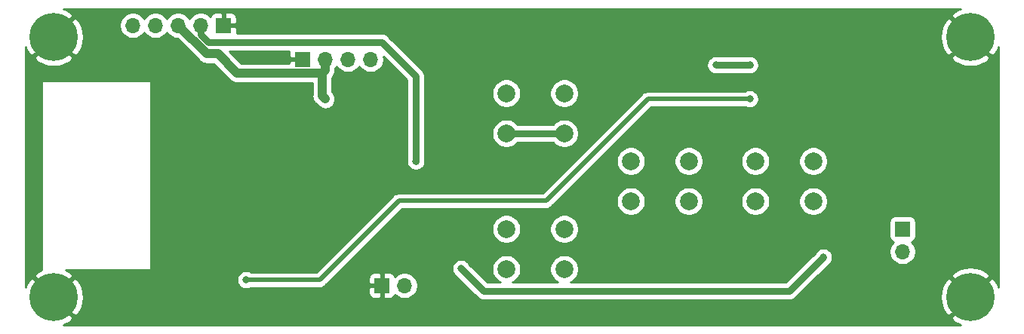
<source format=gbr>
%TF.GenerationSoftware,KiCad,Pcbnew,5.1.12-84ad8e8a86~92~ubuntu20.04.1*%
%TF.CreationDate,2022-01-15T19:27:07+01:00*%
%TF.ProjectId,autotrigger_dslr,6175746f-7472-4696-9767-65725f64736c,rev?*%
%TF.SameCoordinates,Original*%
%TF.FileFunction,Copper,L2,Bot*%
%TF.FilePolarity,Positive*%
%FSLAX46Y46*%
G04 Gerber Fmt 4.6, Leading zero omitted, Abs format (unit mm)*
G04 Created by KiCad (PCBNEW 5.1.12-84ad8e8a86~92~ubuntu20.04.1) date 2022-01-15 19:27:07*
%MOMM*%
%LPD*%
G01*
G04 APERTURE LIST*
%TA.AperFunction,ComponentPad*%
%ADD10C,5.400000*%
%TD*%
%TA.AperFunction,ComponentPad*%
%ADD11R,1.700000X1.700000*%
%TD*%
%TA.AperFunction,ComponentPad*%
%ADD12O,1.700000X1.700000*%
%TD*%
%TA.AperFunction,ComponentPad*%
%ADD13C,2.000000*%
%TD*%
%TA.AperFunction,ViaPad*%
%ADD14C,0.800000*%
%TD*%
%TA.AperFunction,Conductor*%
%ADD15C,0.750000*%
%TD*%
%TA.AperFunction,Conductor*%
%ADD16C,1.000000*%
%TD*%
%TA.AperFunction,Conductor*%
%ADD17C,0.500000*%
%TD*%
%TA.AperFunction,Conductor*%
%ADD18C,0.254000*%
%TD*%
%TA.AperFunction,Conductor*%
%ADD19C,0.100000*%
%TD*%
G04 APERTURE END LIST*
D10*
%TO.P,H1,1*%
%TO.N,GND*%
X30480000Y-74930000D03*
%TD*%
%TO.P,H2,1*%
%TO.N,GND*%
X30480000Y-104140000D03*
%TD*%
%TO.P,H3,1*%
%TO.N,GND*%
X133350000Y-104140000D03*
%TD*%
%TO.P,H4,1*%
%TO.N,GND*%
X133350000Y-74930000D03*
%TD*%
D11*
%TO.P,J1,1*%
%TO.N,GND*%
X49530000Y-73660000D03*
D12*
%TO.P,J1,2*%
%TO.N,+5V*%
X46990000Y-73660000D03*
%TO.P,J1,3*%
%TO.N,+3V3*%
X44450000Y-73660000D03*
%TO.P,J1,4*%
%TO.N,RX*%
X41910000Y-73660000D03*
%TO.P,J1,5*%
%TO.N,TX*%
X39370000Y-73660000D03*
%TD*%
D11*
%TO.P,J2,1*%
%TO.N,GND*%
X58420000Y-77470000D03*
D12*
%TO.P,J2,2*%
%TO.N,+3V3*%
X60960000Y-77470000D03*
%TO.P,J2,3*%
%TO.N,scl*%
X63500000Y-77470000D03*
%TO.P,J2,4*%
%TO.N,sda*%
X66040000Y-77470000D03*
%TD*%
D11*
%TO.P,J3,1*%
%TO.N,trig2*%
X125730000Y-96520000D03*
D12*
%TO.P,J3,2*%
%TO.N,trig1*%
X125730000Y-99060000D03*
%TD*%
%TO.P,J4,2*%
%TO.N,Vin*%
X69850000Y-102870000D03*
D11*
%TO.P,J4,1*%
%TO.N,GND*%
X67310000Y-102870000D03*
%TD*%
D13*
%TO.P,SW3,1*%
%TO.N,Net-(R5-Pad1)*%
X87780000Y-81280000D03*
%TO.P,SW3,2*%
%TO.N,a_sw*%
X87780000Y-85780000D03*
%TO.P,SW3,1*%
%TO.N,Net-(R5-Pad1)*%
X81280000Y-81280000D03*
%TO.P,SW3,2*%
%TO.N,a_sw*%
X81280000Y-85780000D03*
%TD*%
%TO.P,SW4,2*%
%TO.N,a_sw*%
X81280000Y-101020000D03*
%TO.P,SW4,1*%
%TO.N,Net-(R6-Pad1)*%
X81280000Y-96520000D03*
%TO.P,SW4,2*%
%TO.N,a_sw*%
X87780000Y-101020000D03*
%TO.P,SW4,1*%
%TO.N,Net-(R6-Pad1)*%
X87780000Y-96520000D03*
%TD*%
%TO.P,SW5,1*%
%TO.N,Net-(R7-Pad1)*%
X101750000Y-88900000D03*
%TO.P,SW5,2*%
%TO.N,a_sw*%
X101750000Y-93400000D03*
%TO.P,SW5,1*%
%TO.N,Net-(R7-Pad1)*%
X95250000Y-88900000D03*
%TO.P,SW5,2*%
%TO.N,a_sw*%
X95250000Y-93400000D03*
%TD*%
%TO.P,SW6,2*%
%TO.N,a_sw*%
X109220000Y-93400000D03*
%TO.P,SW6,1*%
%TO.N,Net-(R8-Pad1)*%
X109220000Y-88900000D03*
%TO.P,SW6,2*%
%TO.N,a_sw*%
X115720000Y-93400000D03*
%TO.P,SW6,1*%
%TO.N,Net-(R8-Pad1)*%
X115720000Y-88900000D03*
%TD*%
D14*
%TO.N,GND*%
X58420000Y-73660000D03*
X58420000Y-81280000D03*
X57150000Y-83185000D03*
X57150000Y-84455000D03*
X41275000Y-104775000D03*
X42545000Y-104775000D03*
X54610000Y-103505000D03*
X57150000Y-103505000D03*
X79375000Y-105410000D03*
X97155000Y-86360000D03*
X98425000Y-86360000D03*
X103505000Y-86360000D03*
X104775000Y-86360000D03*
X114300000Y-80645000D03*
X115570000Y-80645000D03*
X118110000Y-81915000D03*
X64770000Y-83185000D03*
X66040000Y-83185000D03*
X66040000Y-84455000D03*
X67945000Y-82550000D03*
X64135000Y-92075000D03*
X65405000Y-92075000D03*
%TO.N,+5V*%
X116840000Y-99695000D03*
X76200000Y-100965000D03*
X71120000Y-88900000D03*
%TO.N,+3V3*%
X60960000Y-81915000D03*
X104775000Y-78105000D03*
X108585000Y-78105000D03*
X51080001Y-79020001D03*
X53059999Y-79020001D03*
%TO.N,relay*%
X108585000Y-81915000D03*
X52070000Y-102235000D03*
%TD*%
D15*
%TO.N,+5V*%
X116840000Y-99695000D02*
X113030000Y-103505000D01*
X78740000Y-103505000D02*
X76200000Y-100965000D01*
X113030000Y-103505000D02*
X78740000Y-103505000D01*
X46990000Y-73660000D02*
X46990000Y-74679708D01*
X46990000Y-74679708D02*
X47875292Y-75565000D01*
X47875292Y-75565000D02*
X67310000Y-75565000D01*
X71120000Y-79375000D02*
X71120000Y-88900000D01*
X67310000Y-75565000D02*
X71120000Y-79375000D01*
D16*
%TO.N,+3V3*%
X60960000Y-78672081D02*
X60960000Y-77470000D01*
X60612080Y-79020001D02*
X60960000Y-78672081D01*
X60612080Y-81567080D02*
X60960000Y-81915000D01*
X60612080Y-79020001D02*
X60612080Y-81567080D01*
D15*
X104775000Y-78105000D02*
X108585000Y-78105000D01*
D16*
X51080001Y-79020001D02*
X51080001Y-79020001D01*
X47625000Y-76835000D02*
X48895000Y-76835000D01*
X48895000Y-76835000D02*
X51080001Y-79020001D01*
X44450000Y-73660000D02*
X47625000Y-76835000D01*
X51080001Y-79020001D02*
X53059999Y-79020001D01*
X53059999Y-79020001D02*
X60612080Y-79020001D01*
D17*
%TO.N,relay*%
X108585000Y-81915000D02*
X97155000Y-81915000D01*
X97155000Y-81915000D02*
X85725000Y-93345000D01*
X85725000Y-93345000D02*
X69215000Y-93345000D01*
X60325000Y-102235000D02*
X52070000Y-102235000D01*
X69215000Y-93345000D02*
X60325000Y-102235000D01*
D15*
%TO.N,a_sw*%
X81280000Y-85780000D02*
X87780000Y-85780000D01*
%TD*%
D18*
%TO.N,GND*%
X132071797Y-71832208D02*
X131492008Y-72141096D01*
X131484411Y-72146172D01*
X131184231Y-72584626D01*
X133350000Y-74750395D01*
X133364143Y-74736253D01*
X133543748Y-74915858D01*
X133529605Y-74930000D01*
X135695374Y-77095769D01*
X136133828Y-76795589D01*
X136444296Y-76216644D01*
X136500001Y-76033907D01*
X136500000Y-103034752D01*
X136447792Y-102861797D01*
X136138904Y-102282008D01*
X136133828Y-102274411D01*
X135695374Y-101974231D01*
X133529605Y-104140000D01*
X133543748Y-104154143D01*
X133364143Y-104333748D01*
X133350000Y-104319605D01*
X131184231Y-106485374D01*
X131484411Y-106923828D01*
X132063356Y-107234296D01*
X132246090Y-107290000D01*
X31585248Y-107290000D01*
X31758203Y-107237792D01*
X32337992Y-106928904D01*
X32345589Y-106923828D01*
X32645769Y-106485374D01*
X30480000Y-104319605D01*
X30465858Y-104333748D01*
X30286253Y-104154143D01*
X30300395Y-104140000D01*
X30659605Y-104140000D01*
X32825374Y-106305769D01*
X33263828Y-106005589D01*
X33574296Y-105426644D01*
X33765852Y-104798254D01*
X33831134Y-104144569D01*
X33789902Y-103720000D01*
X65821928Y-103720000D01*
X65834188Y-103844482D01*
X65870498Y-103964180D01*
X65929463Y-104074494D01*
X66008815Y-104171185D01*
X66105506Y-104250537D01*
X66215820Y-104309502D01*
X66335518Y-104345812D01*
X66460000Y-104358072D01*
X67024250Y-104355000D01*
X67183000Y-104196250D01*
X67183000Y-102997000D01*
X65983750Y-102997000D01*
X65825000Y-103155750D01*
X65821928Y-103720000D01*
X33789902Y-103720000D01*
X33767634Y-103490707D01*
X33577792Y-102861797D01*
X33268904Y-102282008D01*
X33263828Y-102274411D01*
X33057367Y-102133061D01*
X51035000Y-102133061D01*
X51035000Y-102336939D01*
X51074774Y-102536898D01*
X51152795Y-102725256D01*
X51266063Y-102894774D01*
X51410226Y-103038937D01*
X51579744Y-103152205D01*
X51768102Y-103230226D01*
X51968061Y-103270000D01*
X52171939Y-103270000D01*
X52371898Y-103230226D01*
X52560256Y-103152205D01*
X52608454Y-103120000D01*
X60281531Y-103120000D01*
X60325000Y-103124281D01*
X60368469Y-103120000D01*
X60368477Y-103120000D01*
X60498490Y-103107195D01*
X60665313Y-103056589D01*
X60819059Y-102974411D01*
X60953817Y-102863817D01*
X60981534Y-102830044D01*
X61791578Y-102020000D01*
X65821928Y-102020000D01*
X65825000Y-102584250D01*
X65983750Y-102743000D01*
X67183000Y-102743000D01*
X67183000Y-101543750D01*
X67437000Y-101543750D01*
X67437000Y-102743000D01*
X67457000Y-102743000D01*
X67457000Y-102997000D01*
X67437000Y-102997000D01*
X67437000Y-104196250D01*
X67595750Y-104355000D01*
X68160000Y-104358072D01*
X68284482Y-104345812D01*
X68404180Y-104309502D01*
X68514494Y-104250537D01*
X68611185Y-104171185D01*
X68690537Y-104074494D01*
X68749502Y-103964180D01*
X68771513Y-103891620D01*
X68903368Y-104023475D01*
X69146589Y-104185990D01*
X69416842Y-104297932D01*
X69703740Y-104355000D01*
X69996260Y-104355000D01*
X70283158Y-104297932D01*
X70553411Y-104185990D01*
X70796632Y-104023475D01*
X71003475Y-103816632D01*
X71165990Y-103573411D01*
X71277932Y-103303158D01*
X71335000Y-103016260D01*
X71335000Y-102723740D01*
X71277932Y-102436842D01*
X71165990Y-102166589D01*
X71003475Y-101923368D01*
X70796632Y-101716525D01*
X70553411Y-101554010D01*
X70283158Y-101442068D01*
X69996260Y-101385000D01*
X69703740Y-101385000D01*
X69416842Y-101442068D01*
X69146589Y-101554010D01*
X68903368Y-101716525D01*
X68771513Y-101848380D01*
X68749502Y-101775820D01*
X68690537Y-101665506D01*
X68611185Y-101568815D01*
X68514494Y-101489463D01*
X68404180Y-101430498D01*
X68284482Y-101394188D01*
X68160000Y-101381928D01*
X67595750Y-101385000D01*
X67437000Y-101543750D01*
X67183000Y-101543750D01*
X67024250Y-101385000D01*
X66460000Y-101381928D01*
X66335518Y-101394188D01*
X66215820Y-101430498D01*
X66105506Y-101489463D01*
X66008815Y-101568815D01*
X65929463Y-101665506D01*
X65870498Y-101775820D01*
X65834188Y-101895518D01*
X65821928Y-102020000D01*
X61791578Y-102020000D01*
X62948517Y-100863061D01*
X75165000Y-100863061D01*
X75165000Y-101066939D01*
X75204774Y-101266898D01*
X75282795Y-101455256D01*
X75396063Y-101624774D01*
X75540226Y-101768937D01*
X75646777Y-101840132D01*
X77990744Y-104184100D01*
X78022367Y-104222633D01*
X78176160Y-104348847D01*
X78351620Y-104442632D01*
X78542006Y-104500385D01*
X78690392Y-104515000D01*
X78690394Y-104515000D01*
X78739999Y-104519886D01*
X78789604Y-104515000D01*
X112980392Y-104515000D01*
X113030000Y-104519886D01*
X113227994Y-104500385D01*
X113227997Y-104500384D01*
X113418380Y-104442632D01*
X113593840Y-104348847D01*
X113747633Y-104222633D01*
X113779261Y-104184094D01*
X113827924Y-104135431D01*
X129998866Y-104135431D01*
X130062366Y-104789293D01*
X130252208Y-105418203D01*
X130561096Y-105997992D01*
X130566172Y-106005589D01*
X131004626Y-106305769D01*
X133170395Y-104140000D01*
X131004626Y-101974231D01*
X130566172Y-102274411D01*
X130255704Y-102853356D01*
X130064148Y-103481746D01*
X129998866Y-104135431D01*
X113827924Y-104135431D01*
X116168729Y-101794626D01*
X131184231Y-101794626D01*
X133350000Y-103960395D01*
X135515769Y-101794626D01*
X135215589Y-101356172D01*
X134636644Y-101045704D01*
X134008254Y-100854148D01*
X133354569Y-100788866D01*
X132700707Y-100852366D01*
X132071797Y-101042208D01*
X131492008Y-101351096D01*
X131484411Y-101356172D01*
X131184231Y-101794626D01*
X116168729Y-101794626D01*
X117393226Y-100570130D01*
X117499774Y-100498937D01*
X117643937Y-100354774D01*
X117757205Y-100185256D01*
X117835226Y-99996898D01*
X117875000Y-99796939D01*
X117875000Y-99593061D01*
X117835226Y-99393102D01*
X117757205Y-99204744D01*
X117643937Y-99035226D01*
X117499774Y-98891063D01*
X117330256Y-98777795D01*
X117141898Y-98699774D01*
X116941939Y-98660000D01*
X116738061Y-98660000D01*
X116538102Y-98699774D01*
X116349744Y-98777795D01*
X116180226Y-98891063D01*
X116036063Y-99035226D01*
X115964870Y-99141774D01*
X112611645Y-102495000D01*
X88491496Y-102495000D01*
X88554463Y-102468918D01*
X88822252Y-102289987D01*
X89049987Y-102062252D01*
X89228918Y-101794463D01*
X89352168Y-101496912D01*
X89415000Y-101181033D01*
X89415000Y-100858967D01*
X89352168Y-100543088D01*
X89228918Y-100245537D01*
X89049987Y-99977748D01*
X88822252Y-99750013D01*
X88554463Y-99571082D01*
X88256912Y-99447832D01*
X87941033Y-99385000D01*
X87618967Y-99385000D01*
X87303088Y-99447832D01*
X87005537Y-99571082D01*
X86737748Y-99750013D01*
X86510013Y-99977748D01*
X86331082Y-100245537D01*
X86207832Y-100543088D01*
X86145000Y-100858967D01*
X86145000Y-101181033D01*
X86207832Y-101496912D01*
X86331082Y-101794463D01*
X86510013Y-102062252D01*
X86737748Y-102289987D01*
X87005537Y-102468918D01*
X87068504Y-102495000D01*
X81991496Y-102495000D01*
X82054463Y-102468918D01*
X82322252Y-102289987D01*
X82549987Y-102062252D01*
X82728918Y-101794463D01*
X82852168Y-101496912D01*
X82915000Y-101181033D01*
X82915000Y-100858967D01*
X82852168Y-100543088D01*
X82728918Y-100245537D01*
X82549987Y-99977748D01*
X82322252Y-99750013D01*
X82054463Y-99571082D01*
X81756912Y-99447832D01*
X81441033Y-99385000D01*
X81118967Y-99385000D01*
X80803088Y-99447832D01*
X80505537Y-99571082D01*
X80237748Y-99750013D01*
X80010013Y-99977748D01*
X79831082Y-100245537D01*
X79707832Y-100543088D01*
X79645000Y-100858967D01*
X79645000Y-101181033D01*
X79707832Y-101496912D01*
X79831082Y-101794463D01*
X80010013Y-102062252D01*
X80237748Y-102289987D01*
X80505537Y-102468918D01*
X80568504Y-102495000D01*
X79158356Y-102495000D01*
X77075132Y-100411777D01*
X77003937Y-100305226D01*
X76859774Y-100161063D01*
X76690256Y-100047795D01*
X76501898Y-99969774D01*
X76301939Y-99930000D01*
X76098061Y-99930000D01*
X75898102Y-99969774D01*
X75709744Y-100047795D01*
X75540226Y-100161063D01*
X75396063Y-100305226D01*
X75282795Y-100474744D01*
X75204774Y-100663102D01*
X75165000Y-100863061D01*
X62948517Y-100863061D01*
X67452611Y-96358967D01*
X79645000Y-96358967D01*
X79645000Y-96681033D01*
X79707832Y-96996912D01*
X79831082Y-97294463D01*
X80010013Y-97562252D01*
X80237748Y-97789987D01*
X80505537Y-97968918D01*
X80803088Y-98092168D01*
X81118967Y-98155000D01*
X81441033Y-98155000D01*
X81756912Y-98092168D01*
X82054463Y-97968918D01*
X82322252Y-97789987D01*
X82549987Y-97562252D01*
X82728918Y-97294463D01*
X82852168Y-96996912D01*
X82915000Y-96681033D01*
X82915000Y-96358967D01*
X86145000Y-96358967D01*
X86145000Y-96681033D01*
X86207832Y-96996912D01*
X86331082Y-97294463D01*
X86510013Y-97562252D01*
X86737748Y-97789987D01*
X87005537Y-97968918D01*
X87303088Y-98092168D01*
X87618967Y-98155000D01*
X87941033Y-98155000D01*
X88256912Y-98092168D01*
X88554463Y-97968918D01*
X88822252Y-97789987D01*
X89049987Y-97562252D01*
X89228918Y-97294463D01*
X89352168Y-96996912D01*
X89415000Y-96681033D01*
X89415000Y-96358967D01*
X89352168Y-96043088D01*
X89228918Y-95745537D01*
X89178446Y-95670000D01*
X124241928Y-95670000D01*
X124241928Y-97370000D01*
X124254188Y-97494482D01*
X124290498Y-97614180D01*
X124349463Y-97724494D01*
X124428815Y-97821185D01*
X124525506Y-97900537D01*
X124635820Y-97959502D01*
X124708380Y-97981513D01*
X124576525Y-98113368D01*
X124414010Y-98356589D01*
X124302068Y-98626842D01*
X124245000Y-98913740D01*
X124245000Y-99206260D01*
X124302068Y-99493158D01*
X124414010Y-99763411D01*
X124576525Y-100006632D01*
X124783368Y-100213475D01*
X125026589Y-100375990D01*
X125296842Y-100487932D01*
X125583740Y-100545000D01*
X125876260Y-100545000D01*
X126163158Y-100487932D01*
X126433411Y-100375990D01*
X126676632Y-100213475D01*
X126883475Y-100006632D01*
X127045990Y-99763411D01*
X127157932Y-99493158D01*
X127215000Y-99206260D01*
X127215000Y-98913740D01*
X127157932Y-98626842D01*
X127045990Y-98356589D01*
X126883475Y-98113368D01*
X126751620Y-97981513D01*
X126824180Y-97959502D01*
X126934494Y-97900537D01*
X127031185Y-97821185D01*
X127110537Y-97724494D01*
X127169502Y-97614180D01*
X127205812Y-97494482D01*
X127218072Y-97370000D01*
X127218072Y-95670000D01*
X127205812Y-95545518D01*
X127169502Y-95425820D01*
X127110537Y-95315506D01*
X127031185Y-95218815D01*
X126934494Y-95139463D01*
X126824180Y-95080498D01*
X126704482Y-95044188D01*
X126580000Y-95031928D01*
X124880000Y-95031928D01*
X124755518Y-95044188D01*
X124635820Y-95080498D01*
X124525506Y-95139463D01*
X124428815Y-95218815D01*
X124349463Y-95315506D01*
X124290498Y-95425820D01*
X124254188Y-95545518D01*
X124241928Y-95670000D01*
X89178446Y-95670000D01*
X89049987Y-95477748D01*
X88822252Y-95250013D01*
X88554463Y-95071082D01*
X88256912Y-94947832D01*
X87941033Y-94885000D01*
X87618967Y-94885000D01*
X87303088Y-94947832D01*
X87005537Y-95071082D01*
X86737748Y-95250013D01*
X86510013Y-95477748D01*
X86331082Y-95745537D01*
X86207832Y-96043088D01*
X86145000Y-96358967D01*
X82915000Y-96358967D01*
X82852168Y-96043088D01*
X82728918Y-95745537D01*
X82549987Y-95477748D01*
X82322252Y-95250013D01*
X82054463Y-95071082D01*
X81756912Y-94947832D01*
X81441033Y-94885000D01*
X81118967Y-94885000D01*
X80803088Y-94947832D01*
X80505537Y-95071082D01*
X80237748Y-95250013D01*
X80010013Y-95477748D01*
X79831082Y-95745537D01*
X79707832Y-96043088D01*
X79645000Y-96358967D01*
X67452611Y-96358967D01*
X69581579Y-94230000D01*
X85681531Y-94230000D01*
X85725000Y-94234281D01*
X85768469Y-94230000D01*
X85768477Y-94230000D01*
X85898490Y-94217195D01*
X86065313Y-94166589D01*
X86219059Y-94084411D01*
X86353817Y-93973817D01*
X86381534Y-93940044D01*
X87082611Y-93238967D01*
X93615000Y-93238967D01*
X93615000Y-93561033D01*
X93677832Y-93876912D01*
X93801082Y-94174463D01*
X93980013Y-94442252D01*
X94207748Y-94669987D01*
X94475537Y-94848918D01*
X94773088Y-94972168D01*
X95088967Y-95035000D01*
X95411033Y-95035000D01*
X95726912Y-94972168D01*
X96024463Y-94848918D01*
X96292252Y-94669987D01*
X96519987Y-94442252D01*
X96698918Y-94174463D01*
X96822168Y-93876912D01*
X96885000Y-93561033D01*
X96885000Y-93238967D01*
X100115000Y-93238967D01*
X100115000Y-93561033D01*
X100177832Y-93876912D01*
X100301082Y-94174463D01*
X100480013Y-94442252D01*
X100707748Y-94669987D01*
X100975537Y-94848918D01*
X101273088Y-94972168D01*
X101588967Y-95035000D01*
X101911033Y-95035000D01*
X102226912Y-94972168D01*
X102524463Y-94848918D01*
X102792252Y-94669987D01*
X103019987Y-94442252D01*
X103198918Y-94174463D01*
X103322168Y-93876912D01*
X103385000Y-93561033D01*
X103385000Y-93238967D01*
X107585000Y-93238967D01*
X107585000Y-93561033D01*
X107647832Y-93876912D01*
X107771082Y-94174463D01*
X107950013Y-94442252D01*
X108177748Y-94669987D01*
X108445537Y-94848918D01*
X108743088Y-94972168D01*
X109058967Y-95035000D01*
X109381033Y-95035000D01*
X109696912Y-94972168D01*
X109994463Y-94848918D01*
X110262252Y-94669987D01*
X110489987Y-94442252D01*
X110668918Y-94174463D01*
X110792168Y-93876912D01*
X110855000Y-93561033D01*
X110855000Y-93238967D01*
X114085000Y-93238967D01*
X114085000Y-93561033D01*
X114147832Y-93876912D01*
X114271082Y-94174463D01*
X114450013Y-94442252D01*
X114677748Y-94669987D01*
X114945537Y-94848918D01*
X115243088Y-94972168D01*
X115558967Y-95035000D01*
X115881033Y-95035000D01*
X116196912Y-94972168D01*
X116494463Y-94848918D01*
X116762252Y-94669987D01*
X116989987Y-94442252D01*
X117168918Y-94174463D01*
X117292168Y-93876912D01*
X117355000Y-93561033D01*
X117355000Y-93238967D01*
X117292168Y-92923088D01*
X117168918Y-92625537D01*
X116989987Y-92357748D01*
X116762252Y-92130013D01*
X116494463Y-91951082D01*
X116196912Y-91827832D01*
X115881033Y-91765000D01*
X115558967Y-91765000D01*
X115243088Y-91827832D01*
X114945537Y-91951082D01*
X114677748Y-92130013D01*
X114450013Y-92357748D01*
X114271082Y-92625537D01*
X114147832Y-92923088D01*
X114085000Y-93238967D01*
X110855000Y-93238967D01*
X110792168Y-92923088D01*
X110668918Y-92625537D01*
X110489987Y-92357748D01*
X110262252Y-92130013D01*
X109994463Y-91951082D01*
X109696912Y-91827832D01*
X109381033Y-91765000D01*
X109058967Y-91765000D01*
X108743088Y-91827832D01*
X108445537Y-91951082D01*
X108177748Y-92130013D01*
X107950013Y-92357748D01*
X107771082Y-92625537D01*
X107647832Y-92923088D01*
X107585000Y-93238967D01*
X103385000Y-93238967D01*
X103322168Y-92923088D01*
X103198918Y-92625537D01*
X103019987Y-92357748D01*
X102792252Y-92130013D01*
X102524463Y-91951082D01*
X102226912Y-91827832D01*
X101911033Y-91765000D01*
X101588967Y-91765000D01*
X101273088Y-91827832D01*
X100975537Y-91951082D01*
X100707748Y-92130013D01*
X100480013Y-92357748D01*
X100301082Y-92625537D01*
X100177832Y-92923088D01*
X100115000Y-93238967D01*
X96885000Y-93238967D01*
X96822168Y-92923088D01*
X96698918Y-92625537D01*
X96519987Y-92357748D01*
X96292252Y-92130013D01*
X96024463Y-91951082D01*
X95726912Y-91827832D01*
X95411033Y-91765000D01*
X95088967Y-91765000D01*
X94773088Y-91827832D01*
X94475537Y-91951082D01*
X94207748Y-92130013D01*
X93980013Y-92357748D01*
X93801082Y-92625537D01*
X93677832Y-92923088D01*
X93615000Y-93238967D01*
X87082611Y-93238967D01*
X91582611Y-88738967D01*
X93615000Y-88738967D01*
X93615000Y-89061033D01*
X93677832Y-89376912D01*
X93801082Y-89674463D01*
X93980013Y-89942252D01*
X94207748Y-90169987D01*
X94475537Y-90348918D01*
X94773088Y-90472168D01*
X95088967Y-90535000D01*
X95411033Y-90535000D01*
X95726912Y-90472168D01*
X96024463Y-90348918D01*
X96292252Y-90169987D01*
X96519987Y-89942252D01*
X96698918Y-89674463D01*
X96822168Y-89376912D01*
X96885000Y-89061033D01*
X96885000Y-88738967D01*
X100115000Y-88738967D01*
X100115000Y-89061033D01*
X100177832Y-89376912D01*
X100301082Y-89674463D01*
X100480013Y-89942252D01*
X100707748Y-90169987D01*
X100975537Y-90348918D01*
X101273088Y-90472168D01*
X101588967Y-90535000D01*
X101911033Y-90535000D01*
X102226912Y-90472168D01*
X102524463Y-90348918D01*
X102792252Y-90169987D01*
X103019987Y-89942252D01*
X103198918Y-89674463D01*
X103322168Y-89376912D01*
X103385000Y-89061033D01*
X103385000Y-88738967D01*
X107585000Y-88738967D01*
X107585000Y-89061033D01*
X107647832Y-89376912D01*
X107771082Y-89674463D01*
X107950013Y-89942252D01*
X108177748Y-90169987D01*
X108445537Y-90348918D01*
X108743088Y-90472168D01*
X109058967Y-90535000D01*
X109381033Y-90535000D01*
X109696912Y-90472168D01*
X109994463Y-90348918D01*
X110262252Y-90169987D01*
X110489987Y-89942252D01*
X110668918Y-89674463D01*
X110792168Y-89376912D01*
X110855000Y-89061033D01*
X110855000Y-88738967D01*
X114085000Y-88738967D01*
X114085000Y-89061033D01*
X114147832Y-89376912D01*
X114271082Y-89674463D01*
X114450013Y-89942252D01*
X114677748Y-90169987D01*
X114945537Y-90348918D01*
X115243088Y-90472168D01*
X115558967Y-90535000D01*
X115881033Y-90535000D01*
X116196912Y-90472168D01*
X116494463Y-90348918D01*
X116762252Y-90169987D01*
X116989987Y-89942252D01*
X117168918Y-89674463D01*
X117292168Y-89376912D01*
X117355000Y-89061033D01*
X117355000Y-88738967D01*
X117292168Y-88423088D01*
X117168918Y-88125537D01*
X116989987Y-87857748D01*
X116762252Y-87630013D01*
X116494463Y-87451082D01*
X116196912Y-87327832D01*
X115881033Y-87265000D01*
X115558967Y-87265000D01*
X115243088Y-87327832D01*
X114945537Y-87451082D01*
X114677748Y-87630013D01*
X114450013Y-87857748D01*
X114271082Y-88125537D01*
X114147832Y-88423088D01*
X114085000Y-88738967D01*
X110855000Y-88738967D01*
X110792168Y-88423088D01*
X110668918Y-88125537D01*
X110489987Y-87857748D01*
X110262252Y-87630013D01*
X109994463Y-87451082D01*
X109696912Y-87327832D01*
X109381033Y-87265000D01*
X109058967Y-87265000D01*
X108743088Y-87327832D01*
X108445537Y-87451082D01*
X108177748Y-87630013D01*
X107950013Y-87857748D01*
X107771082Y-88125537D01*
X107647832Y-88423088D01*
X107585000Y-88738967D01*
X103385000Y-88738967D01*
X103322168Y-88423088D01*
X103198918Y-88125537D01*
X103019987Y-87857748D01*
X102792252Y-87630013D01*
X102524463Y-87451082D01*
X102226912Y-87327832D01*
X101911033Y-87265000D01*
X101588967Y-87265000D01*
X101273088Y-87327832D01*
X100975537Y-87451082D01*
X100707748Y-87630013D01*
X100480013Y-87857748D01*
X100301082Y-88125537D01*
X100177832Y-88423088D01*
X100115000Y-88738967D01*
X96885000Y-88738967D01*
X96822168Y-88423088D01*
X96698918Y-88125537D01*
X96519987Y-87857748D01*
X96292252Y-87630013D01*
X96024463Y-87451082D01*
X95726912Y-87327832D01*
X95411033Y-87265000D01*
X95088967Y-87265000D01*
X94773088Y-87327832D01*
X94475537Y-87451082D01*
X94207748Y-87630013D01*
X93980013Y-87857748D01*
X93801082Y-88125537D01*
X93677832Y-88423088D01*
X93615000Y-88738967D01*
X91582611Y-88738967D01*
X97521579Y-82800000D01*
X108046546Y-82800000D01*
X108094744Y-82832205D01*
X108283102Y-82910226D01*
X108483061Y-82950000D01*
X108686939Y-82950000D01*
X108886898Y-82910226D01*
X109075256Y-82832205D01*
X109244774Y-82718937D01*
X109388937Y-82574774D01*
X109502205Y-82405256D01*
X109580226Y-82216898D01*
X109620000Y-82016939D01*
X109620000Y-81813061D01*
X109580226Y-81613102D01*
X109502205Y-81424744D01*
X109388937Y-81255226D01*
X109244774Y-81111063D01*
X109075256Y-80997795D01*
X108886898Y-80919774D01*
X108686939Y-80880000D01*
X108483061Y-80880000D01*
X108283102Y-80919774D01*
X108094744Y-80997795D01*
X108046546Y-81030000D01*
X97198466Y-81030000D01*
X97154999Y-81025719D01*
X97111533Y-81030000D01*
X97111523Y-81030000D01*
X96981510Y-81042805D01*
X96814687Y-81093411D01*
X96660941Y-81175589D01*
X96660939Y-81175590D01*
X96660940Y-81175590D01*
X96559953Y-81258468D01*
X96559951Y-81258470D01*
X96526183Y-81286183D01*
X96498470Y-81319951D01*
X85358422Y-92460000D01*
X69258469Y-92460000D01*
X69215000Y-92455719D01*
X69171531Y-92460000D01*
X69171523Y-92460000D01*
X69041510Y-92472805D01*
X68874686Y-92523411D01*
X68720941Y-92605589D01*
X68619953Y-92688468D01*
X68619951Y-92688470D01*
X68586183Y-92716183D01*
X68558470Y-92749951D01*
X59958422Y-101350000D01*
X52608454Y-101350000D01*
X52560256Y-101317795D01*
X52371898Y-101239774D01*
X52171939Y-101200000D01*
X51968061Y-101200000D01*
X51768102Y-101239774D01*
X51579744Y-101317795D01*
X51410226Y-101431063D01*
X51266063Y-101575226D01*
X51152795Y-101744744D01*
X51074774Y-101933102D01*
X51035000Y-102133061D01*
X33057367Y-102133061D01*
X32825374Y-101974231D01*
X30659605Y-104140000D01*
X30300395Y-104140000D01*
X28134626Y-101974231D01*
X27696172Y-102274411D01*
X27385704Y-102853356D01*
X27330000Y-103036090D01*
X27330000Y-101794626D01*
X28314231Y-101794626D01*
X30480000Y-103960395D01*
X32645769Y-101794626D01*
X32345589Y-101356172D01*
X31852974Y-101092000D01*
X41275000Y-101092000D01*
X41299776Y-101089560D01*
X41323601Y-101082333D01*
X41345557Y-101070597D01*
X41364803Y-101054803D01*
X41380597Y-101035557D01*
X41392333Y-101013601D01*
X41399560Y-100989776D01*
X41402000Y-100965000D01*
X41402000Y-80010000D01*
X41399560Y-79985224D01*
X41392333Y-79961399D01*
X41380597Y-79939443D01*
X41364803Y-79920197D01*
X41345557Y-79904403D01*
X41323601Y-79892667D01*
X41299776Y-79885440D01*
X41275000Y-79883000D01*
X29210000Y-79883000D01*
X29185224Y-79885440D01*
X29161399Y-79892667D01*
X29139443Y-79904403D01*
X29120197Y-79920197D01*
X29104403Y-79939443D01*
X29092667Y-79961399D01*
X29085440Y-79985224D01*
X29083000Y-80010000D01*
X29083000Y-100965000D01*
X29085440Y-100989776D01*
X29092667Y-101013601D01*
X29104403Y-101035557D01*
X29120197Y-101054803D01*
X29139443Y-101070597D01*
X29143969Y-101073016D01*
X28622008Y-101351096D01*
X28614411Y-101356172D01*
X28314231Y-101794626D01*
X27330000Y-101794626D01*
X27330000Y-77275374D01*
X28314231Y-77275374D01*
X28614411Y-77713828D01*
X29193356Y-78024296D01*
X29821746Y-78215852D01*
X30475431Y-78281134D01*
X31129293Y-78217634D01*
X31758203Y-78027792D01*
X32337992Y-77718904D01*
X32345589Y-77713828D01*
X32645769Y-77275374D01*
X30480000Y-75109605D01*
X28314231Y-77275374D01*
X27330000Y-77275374D01*
X27330000Y-76035248D01*
X27382208Y-76208203D01*
X27691096Y-76787992D01*
X27696172Y-76795589D01*
X28134626Y-77095769D01*
X30300395Y-74930000D01*
X30659605Y-74930000D01*
X32825374Y-77095769D01*
X33263828Y-76795589D01*
X33574296Y-76216644D01*
X33765852Y-75588254D01*
X33831134Y-74934569D01*
X33767634Y-74280707D01*
X33577792Y-73651797D01*
X33504241Y-73513740D01*
X37885000Y-73513740D01*
X37885000Y-73806260D01*
X37942068Y-74093158D01*
X38054010Y-74363411D01*
X38216525Y-74606632D01*
X38423368Y-74813475D01*
X38666589Y-74975990D01*
X38936842Y-75087932D01*
X39223740Y-75145000D01*
X39516260Y-75145000D01*
X39803158Y-75087932D01*
X40073411Y-74975990D01*
X40316632Y-74813475D01*
X40523475Y-74606632D01*
X40640000Y-74432240D01*
X40756525Y-74606632D01*
X40963368Y-74813475D01*
X41206589Y-74975990D01*
X41476842Y-75087932D01*
X41763740Y-75145000D01*
X42056260Y-75145000D01*
X42343158Y-75087932D01*
X42613411Y-74975990D01*
X42856632Y-74813475D01*
X43063475Y-74606632D01*
X43180000Y-74432240D01*
X43296525Y-74606632D01*
X43503368Y-74813475D01*
X43746589Y-74975990D01*
X44016842Y-75087932D01*
X44303740Y-75145000D01*
X44329869Y-75145000D01*
X46783009Y-77598141D01*
X46818551Y-77641449D01*
X46991377Y-77783284D01*
X47181678Y-77885001D01*
X47188553Y-77888676D01*
X47402501Y-77953577D01*
X47624999Y-77975491D01*
X47680751Y-77970000D01*
X48424869Y-77970000D01*
X50238010Y-79783142D01*
X50273552Y-79826450D01*
X50446378Y-79968285D01*
X50643554Y-80073677D01*
X50857502Y-80138578D01*
X51080000Y-80160492D01*
X51135752Y-80155001D01*
X59477080Y-80155001D01*
X59477081Y-81511319D01*
X59471589Y-81567080D01*
X59493503Y-81789578D01*
X59558404Y-82003526D01*
X59603818Y-82088490D01*
X59663797Y-82200703D01*
X59805632Y-82373529D01*
X59848940Y-82409071D01*
X60196857Y-82756988D01*
X60326378Y-82863283D01*
X60523554Y-82968675D01*
X60737500Y-83033577D01*
X60959999Y-83055490D01*
X61182498Y-83033577D01*
X61396446Y-82968675D01*
X61593622Y-82863283D01*
X61766448Y-82721448D01*
X61908283Y-82548622D01*
X62013675Y-82351446D01*
X62078577Y-82137498D01*
X62100490Y-81914999D01*
X62078577Y-81692500D01*
X62013675Y-81478554D01*
X61908283Y-81281378D01*
X61801988Y-81151857D01*
X61747080Y-81096949D01*
X61747080Y-79494426D01*
X61766449Y-79478530D01*
X61908284Y-79305704D01*
X62013676Y-79108528D01*
X62071454Y-78918062D01*
X62078577Y-78894581D01*
X62088138Y-78797502D01*
X62095000Y-78727833D01*
X62095000Y-78727826D01*
X62100490Y-78672082D01*
X62095000Y-78616338D01*
X62095000Y-78435107D01*
X62113475Y-78416632D01*
X62230000Y-78242240D01*
X62346525Y-78416632D01*
X62553368Y-78623475D01*
X62796589Y-78785990D01*
X63066842Y-78897932D01*
X63353740Y-78955000D01*
X63646260Y-78955000D01*
X63933158Y-78897932D01*
X64203411Y-78785990D01*
X64446632Y-78623475D01*
X64653475Y-78416632D01*
X64770000Y-78242240D01*
X64886525Y-78416632D01*
X65093368Y-78623475D01*
X65336589Y-78785990D01*
X65606842Y-78897932D01*
X65893740Y-78955000D01*
X66186260Y-78955000D01*
X66473158Y-78897932D01*
X66743411Y-78785990D01*
X66986632Y-78623475D01*
X67193475Y-78416632D01*
X67355990Y-78173411D01*
X67467932Y-77903158D01*
X67525000Y-77616260D01*
X67525000Y-77323740D01*
X67496349Y-77179705D01*
X70110000Y-79793356D01*
X70110001Y-88672372D01*
X70085000Y-88798061D01*
X70085000Y-89001939D01*
X70124774Y-89201898D01*
X70202795Y-89390256D01*
X70316063Y-89559774D01*
X70460226Y-89703937D01*
X70629744Y-89817205D01*
X70818102Y-89895226D01*
X71018061Y-89935000D01*
X71221939Y-89935000D01*
X71421898Y-89895226D01*
X71610256Y-89817205D01*
X71779774Y-89703937D01*
X71923937Y-89559774D01*
X72037205Y-89390256D01*
X72115226Y-89201898D01*
X72155000Y-89001939D01*
X72155000Y-88798061D01*
X72130000Y-88672377D01*
X72130000Y-85618967D01*
X79645000Y-85618967D01*
X79645000Y-85941033D01*
X79707832Y-86256912D01*
X79831082Y-86554463D01*
X80010013Y-86822252D01*
X80237748Y-87049987D01*
X80505537Y-87228918D01*
X80803088Y-87352168D01*
X81118967Y-87415000D01*
X81441033Y-87415000D01*
X81756912Y-87352168D01*
X82054463Y-87228918D01*
X82322252Y-87049987D01*
X82549987Y-86822252D01*
X82571537Y-86790000D01*
X86488463Y-86790000D01*
X86510013Y-86822252D01*
X86737748Y-87049987D01*
X87005537Y-87228918D01*
X87303088Y-87352168D01*
X87618967Y-87415000D01*
X87941033Y-87415000D01*
X88256912Y-87352168D01*
X88554463Y-87228918D01*
X88822252Y-87049987D01*
X89049987Y-86822252D01*
X89228918Y-86554463D01*
X89352168Y-86256912D01*
X89415000Y-85941033D01*
X89415000Y-85618967D01*
X89352168Y-85303088D01*
X89228918Y-85005537D01*
X89049987Y-84737748D01*
X88822252Y-84510013D01*
X88554463Y-84331082D01*
X88256912Y-84207832D01*
X87941033Y-84145000D01*
X87618967Y-84145000D01*
X87303088Y-84207832D01*
X87005537Y-84331082D01*
X86737748Y-84510013D01*
X86510013Y-84737748D01*
X86488463Y-84770000D01*
X82571537Y-84770000D01*
X82549987Y-84737748D01*
X82322252Y-84510013D01*
X82054463Y-84331082D01*
X81756912Y-84207832D01*
X81441033Y-84145000D01*
X81118967Y-84145000D01*
X80803088Y-84207832D01*
X80505537Y-84331082D01*
X80237748Y-84510013D01*
X80010013Y-84737748D01*
X79831082Y-85005537D01*
X79707832Y-85303088D01*
X79645000Y-85618967D01*
X72130000Y-85618967D01*
X72130000Y-81118967D01*
X79645000Y-81118967D01*
X79645000Y-81441033D01*
X79707832Y-81756912D01*
X79831082Y-82054463D01*
X80010013Y-82322252D01*
X80237748Y-82549987D01*
X80505537Y-82728918D01*
X80803088Y-82852168D01*
X81118967Y-82915000D01*
X81441033Y-82915000D01*
X81756912Y-82852168D01*
X82054463Y-82728918D01*
X82322252Y-82549987D01*
X82549987Y-82322252D01*
X82728918Y-82054463D01*
X82852168Y-81756912D01*
X82915000Y-81441033D01*
X82915000Y-81118967D01*
X86145000Y-81118967D01*
X86145000Y-81441033D01*
X86207832Y-81756912D01*
X86331082Y-82054463D01*
X86510013Y-82322252D01*
X86737748Y-82549987D01*
X87005537Y-82728918D01*
X87303088Y-82852168D01*
X87618967Y-82915000D01*
X87941033Y-82915000D01*
X88256912Y-82852168D01*
X88554463Y-82728918D01*
X88822252Y-82549987D01*
X89049987Y-82322252D01*
X89228918Y-82054463D01*
X89352168Y-81756912D01*
X89415000Y-81441033D01*
X89415000Y-81118967D01*
X89352168Y-80803088D01*
X89228918Y-80505537D01*
X89049987Y-80237748D01*
X88822252Y-80010013D01*
X88554463Y-79831082D01*
X88256912Y-79707832D01*
X87941033Y-79645000D01*
X87618967Y-79645000D01*
X87303088Y-79707832D01*
X87005537Y-79831082D01*
X86737748Y-80010013D01*
X86510013Y-80237748D01*
X86331082Y-80505537D01*
X86207832Y-80803088D01*
X86145000Y-81118967D01*
X82915000Y-81118967D01*
X82852168Y-80803088D01*
X82728918Y-80505537D01*
X82549987Y-80237748D01*
X82322252Y-80010013D01*
X82054463Y-79831082D01*
X81756912Y-79707832D01*
X81441033Y-79645000D01*
X81118967Y-79645000D01*
X80803088Y-79707832D01*
X80505537Y-79831082D01*
X80237748Y-80010013D01*
X80010013Y-80237748D01*
X79831082Y-80505537D01*
X79707832Y-80803088D01*
X79645000Y-81118967D01*
X72130000Y-81118967D01*
X72130000Y-79424608D01*
X72134886Y-79375000D01*
X72115385Y-79177005D01*
X72057632Y-78986620D01*
X71963846Y-78811159D01*
X71943191Y-78785990D01*
X71837633Y-78657367D01*
X71799100Y-78625744D01*
X71176417Y-78003061D01*
X103740000Y-78003061D01*
X103740000Y-78206939D01*
X103779774Y-78406898D01*
X103857795Y-78595256D01*
X103971063Y-78764774D01*
X104115226Y-78908937D01*
X104284744Y-79022205D01*
X104473102Y-79100226D01*
X104673061Y-79140000D01*
X104876939Y-79140000D01*
X105002623Y-79115000D01*
X108357377Y-79115000D01*
X108483061Y-79140000D01*
X108686939Y-79140000D01*
X108886898Y-79100226D01*
X109075256Y-79022205D01*
X109244774Y-78908937D01*
X109388937Y-78764774D01*
X109502205Y-78595256D01*
X109580226Y-78406898D01*
X109620000Y-78206939D01*
X109620000Y-78003061D01*
X109580226Y-77803102D01*
X109502205Y-77614744D01*
X109388937Y-77445226D01*
X109244774Y-77301063D01*
X109206328Y-77275374D01*
X131184231Y-77275374D01*
X131484411Y-77713828D01*
X132063356Y-78024296D01*
X132691746Y-78215852D01*
X133345431Y-78281134D01*
X133999293Y-78217634D01*
X134628203Y-78027792D01*
X135207992Y-77718904D01*
X135215589Y-77713828D01*
X135515769Y-77275374D01*
X133350000Y-75109605D01*
X131184231Y-77275374D01*
X109206328Y-77275374D01*
X109075256Y-77187795D01*
X108886898Y-77109774D01*
X108686939Y-77070000D01*
X108483061Y-77070000D01*
X108357377Y-77095000D01*
X105002623Y-77095000D01*
X104876939Y-77070000D01*
X104673061Y-77070000D01*
X104473102Y-77109774D01*
X104284744Y-77187795D01*
X104115226Y-77301063D01*
X103971063Y-77445226D01*
X103857795Y-77614744D01*
X103779774Y-77803102D01*
X103740000Y-78003061D01*
X71176417Y-78003061D01*
X68098787Y-74925431D01*
X129998866Y-74925431D01*
X130062366Y-75579293D01*
X130252208Y-76208203D01*
X130561096Y-76787992D01*
X130566172Y-76795589D01*
X131004626Y-77095769D01*
X133170395Y-74930000D01*
X131004626Y-72764231D01*
X130566172Y-73064411D01*
X130255704Y-73643356D01*
X130064148Y-74271746D01*
X129998866Y-74925431D01*
X68098787Y-74925431D01*
X68059261Y-74885906D01*
X68027633Y-74847367D01*
X67873840Y-74721153D01*
X67698380Y-74627368D01*
X67507994Y-74569615D01*
X67359608Y-74555000D01*
X67310000Y-74550114D01*
X67260392Y-74555000D01*
X51013640Y-74555000D01*
X51018072Y-74510000D01*
X51015000Y-73945750D01*
X50856250Y-73787000D01*
X49657000Y-73787000D01*
X49657000Y-73807000D01*
X49403000Y-73807000D01*
X49403000Y-73787000D01*
X49383000Y-73787000D01*
X49383000Y-73533000D01*
X49403000Y-73533000D01*
X49403000Y-72333750D01*
X49657000Y-72333750D01*
X49657000Y-73533000D01*
X50856250Y-73533000D01*
X51015000Y-73374250D01*
X51018072Y-72810000D01*
X51005812Y-72685518D01*
X50969502Y-72565820D01*
X50910537Y-72455506D01*
X50831185Y-72358815D01*
X50734494Y-72279463D01*
X50624180Y-72220498D01*
X50504482Y-72184188D01*
X50380000Y-72171928D01*
X49815750Y-72175000D01*
X49657000Y-72333750D01*
X49403000Y-72333750D01*
X49244250Y-72175000D01*
X48680000Y-72171928D01*
X48555518Y-72184188D01*
X48435820Y-72220498D01*
X48325506Y-72279463D01*
X48228815Y-72358815D01*
X48149463Y-72455506D01*
X48090498Y-72565820D01*
X48068487Y-72638380D01*
X47936632Y-72506525D01*
X47693411Y-72344010D01*
X47423158Y-72232068D01*
X47136260Y-72175000D01*
X46843740Y-72175000D01*
X46556842Y-72232068D01*
X46286589Y-72344010D01*
X46043368Y-72506525D01*
X45836525Y-72713368D01*
X45720000Y-72887760D01*
X45603475Y-72713368D01*
X45396632Y-72506525D01*
X45153411Y-72344010D01*
X44883158Y-72232068D01*
X44596260Y-72175000D01*
X44303740Y-72175000D01*
X44016842Y-72232068D01*
X43746589Y-72344010D01*
X43503368Y-72506525D01*
X43296525Y-72713368D01*
X43180000Y-72887760D01*
X43063475Y-72713368D01*
X42856632Y-72506525D01*
X42613411Y-72344010D01*
X42343158Y-72232068D01*
X42056260Y-72175000D01*
X41763740Y-72175000D01*
X41476842Y-72232068D01*
X41206589Y-72344010D01*
X40963368Y-72506525D01*
X40756525Y-72713368D01*
X40640000Y-72887760D01*
X40523475Y-72713368D01*
X40316632Y-72506525D01*
X40073411Y-72344010D01*
X39803158Y-72232068D01*
X39516260Y-72175000D01*
X39223740Y-72175000D01*
X38936842Y-72232068D01*
X38666589Y-72344010D01*
X38423368Y-72506525D01*
X38216525Y-72713368D01*
X38054010Y-72956589D01*
X37942068Y-73226842D01*
X37885000Y-73513740D01*
X33504241Y-73513740D01*
X33268904Y-73072008D01*
X33263828Y-73064411D01*
X32825374Y-72764231D01*
X30659605Y-74930000D01*
X30300395Y-74930000D01*
X30286253Y-74915858D01*
X30465858Y-74736253D01*
X30480000Y-74750395D01*
X32645769Y-72584626D01*
X32345589Y-72146172D01*
X31766644Y-71835704D01*
X31583910Y-71780000D01*
X132244752Y-71780000D01*
X132071797Y-71832208D01*
%TA.AperFunction,Conductor*%
D19*
G36*
X132071797Y-71832208D02*
G01*
X131492008Y-72141096D01*
X131484411Y-72146172D01*
X131184231Y-72584626D01*
X133350000Y-74750395D01*
X133364143Y-74736253D01*
X133543748Y-74915858D01*
X133529605Y-74930000D01*
X135695374Y-77095769D01*
X136133828Y-76795589D01*
X136444296Y-76216644D01*
X136500001Y-76033907D01*
X136500000Y-103034752D01*
X136447792Y-102861797D01*
X136138904Y-102282008D01*
X136133828Y-102274411D01*
X135695374Y-101974231D01*
X133529605Y-104140000D01*
X133543748Y-104154143D01*
X133364143Y-104333748D01*
X133350000Y-104319605D01*
X131184231Y-106485374D01*
X131484411Y-106923828D01*
X132063356Y-107234296D01*
X132246090Y-107290000D01*
X31585248Y-107290000D01*
X31758203Y-107237792D01*
X32337992Y-106928904D01*
X32345589Y-106923828D01*
X32645769Y-106485374D01*
X30480000Y-104319605D01*
X30465858Y-104333748D01*
X30286253Y-104154143D01*
X30300395Y-104140000D01*
X30659605Y-104140000D01*
X32825374Y-106305769D01*
X33263828Y-106005589D01*
X33574296Y-105426644D01*
X33765852Y-104798254D01*
X33831134Y-104144569D01*
X33789902Y-103720000D01*
X65821928Y-103720000D01*
X65834188Y-103844482D01*
X65870498Y-103964180D01*
X65929463Y-104074494D01*
X66008815Y-104171185D01*
X66105506Y-104250537D01*
X66215820Y-104309502D01*
X66335518Y-104345812D01*
X66460000Y-104358072D01*
X67024250Y-104355000D01*
X67183000Y-104196250D01*
X67183000Y-102997000D01*
X65983750Y-102997000D01*
X65825000Y-103155750D01*
X65821928Y-103720000D01*
X33789902Y-103720000D01*
X33767634Y-103490707D01*
X33577792Y-102861797D01*
X33268904Y-102282008D01*
X33263828Y-102274411D01*
X33057367Y-102133061D01*
X51035000Y-102133061D01*
X51035000Y-102336939D01*
X51074774Y-102536898D01*
X51152795Y-102725256D01*
X51266063Y-102894774D01*
X51410226Y-103038937D01*
X51579744Y-103152205D01*
X51768102Y-103230226D01*
X51968061Y-103270000D01*
X52171939Y-103270000D01*
X52371898Y-103230226D01*
X52560256Y-103152205D01*
X52608454Y-103120000D01*
X60281531Y-103120000D01*
X60325000Y-103124281D01*
X60368469Y-103120000D01*
X60368477Y-103120000D01*
X60498490Y-103107195D01*
X60665313Y-103056589D01*
X60819059Y-102974411D01*
X60953817Y-102863817D01*
X60981534Y-102830044D01*
X61791578Y-102020000D01*
X65821928Y-102020000D01*
X65825000Y-102584250D01*
X65983750Y-102743000D01*
X67183000Y-102743000D01*
X67183000Y-101543750D01*
X67437000Y-101543750D01*
X67437000Y-102743000D01*
X67457000Y-102743000D01*
X67457000Y-102997000D01*
X67437000Y-102997000D01*
X67437000Y-104196250D01*
X67595750Y-104355000D01*
X68160000Y-104358072D01*
X68284482Y-104345812D01*
X68404180Y-104309502D01*
X68514494Y-104250537D01*
X68611185Y-104171185D01*
X68690537Y-104074494D01*
X68749502Y-103964180D01*
X68771513Y-103891620D01*
X68903368Y-104023475D01*
X69146589Y-104185990D01*
X69416842Y-104297932D01*
X69703740Y-104355000D01*
X69996260Y-104355000D01*
X70283158Y-104297932D01*
X70553411Y-104185990D01*
X70796632Y-104023475D01*
X71003475Y-103816632D01*
X71165990Y-103573411D01*
X71277932Y-103303158D01*
X71335000Y-103016260D01*
X71335000Y-102723740D01*
X71277932Y-102436842D01*
X71165990Y-102166589D01*
X71003475Y-101923368D01*
X70796632Y-101716525D01*
X70553411Y-101554010D01*
X70283158Y-101442068D01*
X69996260Y-101385000D01*
X69703740Y-101385000D01*
X69416842Y-101442068D01*
X69146589Y-101554010D01*
X68903368Y-101716525D01*
X68771513Y-101848380D01*
X68749502Y-101775820D01*
X68690537Y-101665506D01*
X68611185Y-101568815D01*
X68514494Y-101489463D01*
X68404180Y-101430498D01*
X68284482Y-101394188D01*
X68160000Y-101381928D01*
X67595750Y-101385000D01*
X67437000Y-101543750D01*
X67183000Y-101543750D01*
X67024250Y-101385000D01*
X66460000Y-101381928D01*
X66335518Y-101394188D01*
X66215820Y-101430498D01*
X66105506Y-101489463D01*
X66008815Y-101568815D01*
X65929463Y-101665506D01*
X65870498Y-101775820D01*
X65834188Y-101895518D01*
X65821928Y-102020000D01*
X61791578Y-102020000D01*
X62948517Y-100863061D01*
X75165000Y-100863061D01*
X75165000Y-101066939D01*
X75204774Y-101266898D01*
X75282795Y-101455256D01*
X75396063Y-101624774D01*
X75540226Y-101768937D01*
X75646777Y-101840132D01*
X77990744Y-104184100D01*
X78022367Y-104222633D01*
X78176160Y-104348847D01*
X78351620Y-104442632D01*
X78542006Y-104500385D01*
X78690392Y-104515000D01*
X78690394Y-104515000D01*
X78739999Y-104519886D01*
X78789604Y-104515000D01*
X112980392Y-104515000D01*
X113030000Y-104519886D01*
X113227994Y-104500385D01*
X113227997Y-104500384D01*
X113418380Y-104442632D01*
X113593840Y-104348847D01*
X113747633Y-104222633D01*
X113779261Y-104184094D01*
X113827924Y-104135431D01*
X129998866Y-104135431D01*
X130062366Y-104789293D01*
X130252208Y-105418203D01*
X130561096Y-105997992D01*
X130566172Y-106005589D01*
X131004626Y-106305769D01*
X133170395Y-104140000D01*
X131004626Y-101974231D01*
X130566172Y-102274411D01*
X130255704Y-102853356D01*
X130064148Y-103481746D01*
X129998866Y-104135431D01*
X113827924Y-104135431D01*
X116168729Y-101794626D01*
X131184231Y-101794626D01*
X133350000Y-103960395D01*
X135515769Y-101794626D01*
X135215589Y-101356172D01*
X134636644Y-101045704D01*
X134008254Y-100854148D01*
X133354569Y-100788866D01*
X132700707Y-100852366D01*
X132071797Y-101042208D01*
X131492008Y-101351096D01*
X131484411Y-101356172D01*
X131184231Y-101794626D01*
X116168729Y-101794626D01*
X117393226Y-100570130D01*
X117499774Y-100498937D01*
X117643937Y-100354774D01*
X117757205Y-100185256D01*
X117835226Y-99996898D01*
X117875000Y-99796939D01*
X117875000Y-99593061D01*
X117835226Y-99393102D01*
X117757205Y-99204744D01*
X117643937Y-99035226D01*
X117499774Y-98891063D01*
X117330256Y-98777795D01*
X117141898Y-98699774D01*
X116941939Y-98660000D01*
X116738061Y-98660000D01*
X116538102Y-98699774D01*
X116349744Y-98777795D01*
X116180226Y-98891063D01*
X116036063Y-99035226D01*
X115964870Y-99141774D01*
X112611645Y-102495000D01*
X88491496Y-102495000D01*
X88554463Y-102468918D01*
X88822252Y-102289987D01*
X89049987Y-102062252D01*
X89228918Y-101794463D01*
X89352168Y-101496912D01*
X89415000Y-101181033D01*
X89415000Y-100858967D01*
X89352168Y-100543088D01*
X89228918Y-100245537D01*
X89049987Y-99977748D01*
X88822252Y-99750013D01*
X88554463Y-99571082D01*
X88256912Y-99447832D01*
X87941033Y-99385000D01*
X87618967Y-99385000D01*
X87303088Y-99447832D01*
X87005537Y-99571082D01*
X86737748Y-99750013D01*
X86510013Y-99977748D01*
X86331082Y-100245537D01*
X86207832Y-100543088D01*
X86145000Y-100858967D01*
X86145000Y-101181033D01*
X86207832Y-101496912D01*
X86331082Y-101794463D01*
X86510013Y-102062252D01*
X86737748Y-102289987D01*
X87005537Y-102468918D01*
X87068504Y-102495000D01*
X81991496Y-102495000D01*
X82054463Y-102468918D01*
X82322252Y-102289987D01*
X82549987Y-102062252D01*
X82728918Y-101794463D01*
X82852168Y-101496912D01*
X82915000Y-101181033D01*
X82915000Y-100858967D01*
X82852168Y-100543088D01*
X82728918Y-100245537D01*
X82549987Y-99977748D01*
X82322252Y-99750013D01*
X82054463Y-99571082D01*
X81756912Y-99447832D01*
X81441033Y-99385000D01*
X81118967Y-99385000D01*
X80803088Y-99447832D01*
X80505537Y-99571082D01*
X80237748Y-99750013D01*
X80010013Y-99977748D01*
X79831082Y-100245537D01*
X79707832Y-100543088D01*
X79645000Y-100858967D01*
X79645000Y-101181033D01*
X79707832Y-101496912D01*
X79831082Y-101794463D01*
X80010013Y-102062252D01*
X80237748Y-102289987D01*
X80505537Y-102468918D01*
X80568504Y-102495000D01*
X79158356Y-102495000D01*
X77075132Y-100411777D01*
X77003937Y-100305226D01*
X76859774Y-100161063D01*
X76690256Y-100047795D01*
X76501898Y-99969774D01*
X76301939Y-99930000D01*
X76098061Y-99930000D01*
X75898102Y-99969774D01*
X75709744Y-100047795D01*
X75540226Y-100161063D01*
X75396063Y-100305226D01*
X75282795Y-100474744D01*
X75204774Y-100663102D01*
X75165000Y-100863061D01*
X62948517Y-100863061D01*
X67452611Y-96358967D01*
X79645000Y-96358967D01*
X79645000Y-96681033D01*
X79707832Y-96996912D01*
X79831082Y-97294463D01*
X80010013Y-97562252D01*
X80237748Y-97789987D01*
X80505537Y-97968918D01*
X80803088Y-98092168D01*
X81118967Y-98155000D01*
X81441033Y-98155000D01*
X81756912Y-98092168D01*
X82054463Y-97968918D01*
X82322252Y-97789987D01*
X82549987Y-97562252D01*
X82728918Y-97294463D01*
X82852168Y-96996912D01*
X82915000Y-96681033D01*
X82915000Y-96358967D01*
X86145000Y-96358967D01*
X86145000Y-96681033D01*
X86207832Y-96996912D01*
X86331082Y-97294463D01*
X86510013Y-97562252D01*
X86737748Y-97789987D01*
X87005537Y-97968918D01*
X87303088Y-98092168D01*
X87618967Y-98155000D01*
X87941033Y-98155000D01*
X88256912Y-98092168D01*
X88554463Y-97968918D01*
X88822252Y-97789987D01*
X89049987Y-97562252D01*
X89228918Y-97294463D01*
X89352168Y-96996912D01*
X89415000Y-96681033D01*
X89415000Y-96358967D01*
X89352168Y-96043088D01*
X89228918Y-95745537D01*
X89178446Y-95670000D01*
X124241928Y-95670000D01*
X124241928Y-97370000D01*
X124254188Y-97494482D01*
X124290498Y-97614180D01*
X124349463Y-97724494D01*
X124428815Y-97821185D01*
X124525506Y-97900537D01*
X124635820Y-97959502D01*
X124708380Y-97981513D01*
X124576525Y-98113368D01*
X124414010Y-98356589D01*
X124302068Y-98626842D01*
X124245000Y-98913740D01*
X124245000Y-99206260D01*
X124302068Y-99493158D01*
X124414010Y-99763411D01*
X124576525Y-100006632D01*
X124783368Y-100213475D01*
X125026589Y-100375990D01*
X125296842Y-100487932D01*
X125583740Y-100545000D01*
X125876260Y-100545000D01*
X126163158Y-100487932D01*
X126433411Y-100375990D01*
X126676632Y-100213475D01*
X126883475Y-100006632D01*
X127045990Y-99763411D01*
X127157932Y-99493158D01*
X127215000Y-99206260D01*
X127215000Y-98913740D01*
X127157932Y-98626842D01*
X127045990Y-98356589D01*
X126883475Y-98113368D01*
X126751620Y-97981513D01*
X126824180Y-97959502D01*
X126934494Y-97900537D01*
X127031185Y-97821185D01*
X127110537Y-97724494D01*
X127169502Y-97614180D01*
X127205812Y-97494482D01*
X127218072Y-97370000D01*
X127218072Y-95670000D01*
X127205812Y-95545518D01*
X127169502Y-95425820D01*
X127110537Y-95315506D01*
X127031185Y-95218815D01*
X126934494Y-95139463D01*
X126824180Y-95080498D01*
X126704482Y-95044188D01*
X126580000Y-95031928D01*
X124880000Y-95031928D01*
X124755518Y-95044188D01*
X124635820Y-95080498D01*
X124525506Y-95139463D01*
X124428815Y-95218815D01*
X124349463Y-95315506D01*
X124290498Y-95425820D01*
X124254188Y-95545518D01*
X124241928Y-95670000D01*
X89178446Y-95670000D01*
X89049987Y-95477748D01*
X88822252Y-95250013D01*
X88554463Y-95071082D01*
X88256912Y-94947832D01*
X87941033Y-94885000D01*
X87618967Y-94885000D01*
X87303088Y-94947832D01*
X87005537Y-95071082D01*
X86737748Y-95250013D01*
X86510013Y-95477748D01*
X86331082Y-95745537D01*
X86207832Y-96043088D01*
X86145000Y-96358967D01*
X82915000Y-96358967D01*
X82852168Y-96043088D01*
X82728918Y-95745537D01*
X82549987Y-95477748D01*
X82322252Y-95250013D01*
X82054463Y-95071082D01*
X81756912Y-94947832D01*
X81441033Y-94885000D01*
X81118967Y-94885000D01*
X80803088Y-94947832D01*
X80505537Y-95071082D01*
X80237748Y-95250013D01*
X80010013Y-95477748D01*
X79831082Y-95745537D01*
X79707832Y-96043088D01*
X79645000Y-96358967D01*
X67452611Y-96358967D01*
X69581579Y-94230000D01*
X85681531Y-94230000D01*
X85725000Y-94234281D01*
X85768469Y-94230000D01*
X85768477Y-94230000D01*
X85898490Y-94217195D01*
X86065313Y-94166589D01*
X86219059Y-94084411D01*
X86353817Y-93973817D01*
X86381534Y-93940044D01*
X87082611Y-93238967D01*
X93615000Y-93238967D01*
X93615000Y-93561033D01*
X93677832Y-93876912D01*
X93801082Y-94174463D01*
X93980013Y-94442252D01*
X94207748Y-94669987D01*
X94475537Y-94848918D01*
X94773088Y-94972168D01*
X95088967Y-95035000D01*
X95411033Y-95035000D01*
X95726912Y-94972168D01*
X96024463Y-94848918D01*
X96292252Y-94669987D01*
X96519987Y-94442252D01*
X96698918Y-94174463D01*
X96822168Y-93876912D01*
X96885000Y-93561033D01*
X96885000Y-93238967D01*
X100115000Y-93238967D01*
X100115000Y-93561033D01*
X100177832Y-93876912D01*
X100301082Y-94174463D01*
X100480013Y-94442252D01*
X100707748Y-94669987D01*
X100975537Y-94848918D01*
X101273088Y-94972168D01*
X101588967Y-95035000D01*
X101911033Y-95035000D01*
X102226912Y-94972168D01*
X102524463Y-94848918D01*
X102792252Y-94669987D01*
X103019987Y-94442252D01*
X103198918Y-94174463D01*
X103322168Y-93876912D01*
X103385000Y-93561033D01*
X103385000Y-93238967D01*
X107585000Y-93238967D01*
X107585000Y-93561033D01*
X107647832Y-93876912D01*
X107771082Y-94174463D01*
X107950013Y-94442252D01*
X108177748Y-94669987D01*
X108445537Y-94848918D01*
X108743088Y-94972168D01*
X109058967Y-95035000D01*
X109381033Y-95035000D01*
X109696912Y-94972168D01*
X109994463Y-94848918D01*
X110262252Y-94669987D01*
X110489987Y-94442252D01*
X110668918Y-94174463D01*
X110792168Y-93876912D01*
X110855000Y-93561033D01*
X110855000Y-93238967D01*
X114085000Y-93238967D01*
X114085000Y-93561033D01*
X114147832Y-93876912D01*
X114271082Y-94174463D01*
X114450013Y-94442252D01*
X114677748Y-94669987D01*
X114945537Y-94848918D01*
X115243088Y-94972168D01*
X115558967Y-95035000D01*
X115881033Y-95035000D01*
X116196912Y-94972168D01*
X116494463Y-94848918D01*
X116762252Y-94669987D01*
X116989987Y-94442252D01*
X117168918Y-94174463D01*
X117292168Y-93876912D01*
X117355000Y-93561033D01*
X117355000Y-93238967D01*
X117292168Y-92923088D01*
X117168918Y-92625537D01*
X116989987Y-92357748D01*
X116762252Y-92130013D01*
X116494463Y-91951082D01*
X116196912Y-91827832D01*
X115881033Y-91765000D01*
X115558967Y-91765000D01*
X115243088Y-91827832D01*
X114945537Y-91951082D01*
X114677748Y-92130013D01*
X114450013Y-92357748D01*
X114271082Y-92625537D01*
X114147832Y-92923088D01*
X114085000Y-93238967D01*
X110855000Y-93238967D01*
X110792168Y-92923088D01*
X110668918Y-92625537D01*
X110489987Y-92357748D01*
X110262252Y-92130013D01*
X109994463Y-91951082D01*
X109696912Y-91827832D01*
X109381033Y-91765000D01*
X109058967Y-91765000D01*
X108743088Y-91827832D01*
X108445537Y-91951082D01*
X108177748Y-92130013D01*
X107950013Y-92357748D01*
X107771082Y-92625537D01*
X107647832Y-92923088D01*
X107585000Y-93238967D01*
X103385000Y-93238967D01*
X103322168Y-92923088D01*
X103198918Y-92625537D01*
X103019987Y-92357748D01*
X102792252Y-92130013D01*
X102524463Y-91951082D01*
X102226912Y-91827832D01*
X101911033Y-91765000D01*
X101588967Y-91765000D01*
X101273088Y-91827832D01*
X100975537Y-91951082D01*
X100707748Y-92130013D01*
X100480013Y-92357748D01*
X100301082Y-92625537D01*
X100177832Y-92923088D01*
X100115000Y-93238967D01*
X96885000Y-93238967D01*
X96822168Y-92923088D01*
X96698918Y-92625537D01*
X96519987Y-92357748D01*
X96292252Y-92130013D01*
X96024463Y-91951082D01*
X95726912Y-91827832D01*
X95411033Y-91765000D01*
X95088967Y-91765000D01*
X94773088Y-91827832D01*
X94475537Y-91951082D01*
X94207748Y-92130013D01*
X93980013Y-92357748D01*
X93801082Y-92625537D01*
X93677832Y-92923088D01*
X93615000Y-93238967D01*
X87082611Y-93238967D01*
X91582611Y-88738967D01*
X93615000Y-88738967D01*
X93615000Y-89061033D01*
X93677832Y-89376912D01*
X93801082Y-89674463D01*
X93980013Y-89942252D01*
X94207748Y-90169987D01*
X94475537Y-90348918D01*
X94773088Y-90472168D01*
X95088967Y-90535000D01*
X95411033Y-90535000D01*
X95726912Y-90472168D01*
X96024463Y-90348918D01*
X96292252Y-90169987D01*
X96519987Y-89942252D01*
X96698918Y-89674463D01*
X96822168Y-89376912D01*
X96885000Y-89061033D01*
X96885000Y-88738967D01*
X100115000Y-88738967D01*
X100115000Y-89061033D01*
X100177832Y-89376912D01*
X100301082Y-89674463D01*
X100480013Y-89942252D01*
X100707748Y-90169987D01*
X100975537Y-90348918D01*
X101273088Y-90472168D01*
X101588967Y-90535000D01*
X101911033Y-90535000D01*
X102226912Y-90472168D01*
X102524463Y-90348918D01*
X102792252Y-90169987D01*
X103019987Y-89942252D01*
X103198918Y-89674463D01*
X103322168Y-89376912D01*
X103385000Y-89061033D01*
X103385000Y-88738967D01*
X107585000Y-88738967D01*
X107585000Y-89061033D01*
X107647832Y-89376912D01*
X107771082Y-89674463D01*
X107950013Y-89942252D01*
X108177748Y-90169987D01*
X108445537Y-90348918D01*
X108743088Y-90472168D01*
X109058967Y-90535000D01*
X109381033Y-90535000D01*
X109696912Y-90472168D01*
X109994463Y-90348918D01*
X110262252Y-90169987D01*
X110489987Y-89942252D01*
X110668918Y-89674463D01*
X110792168Y-89376912D01*
X110855000Y-89061033D01*
X110855000Y-88738967D01*
X114085000Y-88738967D01*
X114085000Y-89061033D01*
X114147832Y-89376912D01*
X114271082Y-89674463D01*
X114450013Y-89942252D01*
X114677748Y-90169987D01*
X114945537Y-90348918D01*
X115243088Y-90472168D01*
X115558967Y-90535000D01*
X115881033Y-90535000D01*
X116196912Y-90472168D01*
X116494463Y-90348918D01*
X116762252Y-90169987D01*
X116989987Y-89942252D01*
X117168918Y-89674463D01*
X117292168Y-89376912D01*
X117355000Y-89061033D01*
X117355000Y-88738967D01*
X117292168Y-88423088D01*
X117168918Y-88125537D01*
X116989987Y-87857748D01*
X116762252Y-87630013D01*
X116494463Y-87451082D01*
X116196912Y-87327832D01*
X115881033Y-87265000D01*
X115558967Y-87265000D01*
X115243088Y-87327832D01*
X114945537Y-87451082D01*
X114677748Y-87630013D01*
X114450013Y-87857748D01*
X114271082Y-88125537D01*
X114147832Y-88423088D01*
X114085000Y-88738967D01*
X110855000Y-88738967D01*
X110792168Y-88423088D01*
X110668918Y-88125537D01*
X110489987Y-87857748D01*
X110262252Y-87630013D01*
X109994463Y-87451082D01*
X109696912Y-87327832D01*
X109381033Y-87265000D01*
X109058967Y-87265000D01*
X108743088Y-87327832D01*
X108445537Y-87451082D01*
X108177748Y-87630013D01*
X107950013Y-87857748D01*
X107771082Y-88125537D01*
X107647832Y-88423088D01*
X107585000Y-88738967D01*
X103385000Y-88738967D01*
X103322168Y-88423088D01*
X103198918Y-88125537D01*
X103019987Y-87857748D01*
X102792252Y-87630013D01*
X102524463Y-87451082D01*
X102226912Y-87327832D01*
X101911033Y-87265000D01*
X101588967Y-87265000D01*
X101273088Y-87327832D01*
X100975537Y-87451082D01*
X100707748Y-87630013D01*
X100480013Y-87857748D01*
X100301082Y-88125537D01*
X100177832Y-88423088D01*
X100115000Y-88738967D01*
X96885000Y-88738967D01*
X96822168Y-88423088D01*
X96698918Y-88125537D01*
X96519987Y-87857748D01*
X96292252Y-87630013D01*
X96024463Y-87451082D01*
X95726912Y-87327832D01*
X95411033Y-87265000D01*
X95088967Y-87265000D01*
X94773088Y-87327832D01*
X94475537Y-87451082D01*
X94207748Y-87630013D01*
X93980013Y-87857748D01*
X93801082Y-88125537D01*
X93677832Y-88423088D01*
X93615000Y-88738967D01*
X91582611Y-88738967D01*
X97521579Y-82800000D01*
X108046546Y-82800000D01*
X108094744Y-82832205D01*
X108283102Y-82910226D01*
X108483061Y-82950000D01*
X108686939Y-82950000D01*
X108886898Y-82910226D01*
X109075256Y-82832205D01*
X109244774Y-82718937D01*
X109388937Y-82574774D01*
X109502205Y-82405256D01*
X109580226Y-82216898D01*
X109620000Y-82016939D01*
X109620000Y-81813061D01*
X109580226Y-81613102D01*
X109502205Y-81424744D01*
X109388937Y-81255226D01*
X109244774Y-81111063D01*
X109075256Y-80997795D01*
X108886898Y-80919774D01*
X108686939Y-80880000D01*
X108483061Y-80880000D01*
X108283102Y-80919774D01*
X108094744Y-80997795D01*
X108046546Y-81030000D01*
X97198466Y-81030000D01*
X97154999Y-81025719D01*
X97111533Y-81030000D01*
X97111523Y-81030000D01*
X96981510Y-81042805D01*
X96814687Y-81093411D01*
X96660941Y-81175589D01*
X96660939Y-81175590D01*
X96660940Y-81175590D01*
X96559953Y-81258468D01*
X96559951Y-81258470D01*
X96526183Y-81286183D01*
X96498470Y-81319951D01*
X85358422Y-92460000D01*
X69258469Y-92460000D01*
X69215000Y-92455719D01*
X69171531Y-92460000D01*
X69171523Y-92460000D01*
X69041510Y-92472805D01*
X68874686Y-92523411D01*
X68720941Y-92605589D01*
X68619953Y-92688468D01*
X68619951Y-92688470D01*
X68586183Y-92716183D01*
X68558470Y-92749951D01*
X59958422Y-101350000D01*
X52608454Y-101350000D01*
X52560256Y-101317795D01*
X52371898Y-101239774D01*
X52171939Y-101200000D01*
X51968061Y-101200000D01*
X51768102Y-101239774D01*
X51579744Y-101317795D01*
X51410226Y-101431063D01*
X51266063Y-101575226D01*
X51152795Y-101744744D01*
X51074774Y-101933102D01*
X51035000Y-102133061D01*
X33057367Y-102133061D01*
X32825374Y-101974231D01*
X30659605Y-104140000D01*
X30300395Y-104140000D01*
X28134626Y-101974231D01*
X27696172Y-102274411D01*
X27385704Y-102853356D01*
X27330000Y-103036090D01*
X27330000Y-101794626D01*
X28314231Y-101794626D01*
X30480000Y-103960395D01*
X32645769Y-101794626D01*
X32345589Y-101356172D01*
X31852974Y-101092000D01*
X41275000Y-101092000D01*
X41299776Y-101089560D01*
X41323601Y-101082333D01*
X41345557Y-101070597D01*
X41364803Y-101054803D01*
X41380597Y-101035557D01*
X41392333Y-101013601D01*
X41399560Y-100989776D01*
X41402000Y-100965000D01*
X41402000Y-80010000D01*
X41399560Y-79985224D01*
X41392333Y-79961399D01*
X41380597Y-79939443D01*
X41364803Y-79920197D01*
X41345557Y-79904403D01*
X41323601Y-79892667D01*
X41299776Y-79885440D01*
X41275000Y-79883000D01*
X29210000Y-79883000D01*
X29185224Y-79885440D01*
X29161399Y-79892667D01*
X29139443Y-79904403D01*
X29120197Y-79920197D01*
X29104403Y-79939443D01*
X29092667Y-79961399D01*
X29085440Y-79985224D01*
X29083000Y-80010000D01*
X29083000Y-100965000D01*
X29085440Y-100989776D01*
X29092667Y-101013601D01*
X29104403Y-101035557D01*
X29120197Y-101054803D01*
X29139443Y-101070597D01*
X29143969Y-101073016D01*
X28622008Y-101351096D01*
X28614411Y-101356172D01*
X28314231Y-101794626D01*
X27330000Y-101794626D01*
X27330000Y-77275374D01*
X28314231Y-77275374D01*
X28614411Y-77713828D01*
X29193356Y-78024296D01*
X29821746Y-78215852D01*
X30475431Y-78281134D01*
X31129293Y-78217634D01*
X31758203Y-78027792D01*
X32337992Y-77718904D01*
X32345589Y-77713828D01*
X32645769Y-77275374D01*
X30480000Y-75109605D01*
X28314231Y-77275374D01*
X27330000Y-77275374D01*
X27330000Y-76035248D01*
X27382208Y-76208203D01*
X27691096Y-76787992D01*
X27696172Y-76795589D01*
X28134626Y-77095769D01*
X30300395Y-74930000D01*
X30659605Y-74930000D01*
X32825374Y-77095769D01*
X33263828Y-76795589D01*
X33574296Y-76216644D01*
X33765852Y-75588254D01*
X33831134Y-74934569D01*
X33767634Y-74280707D01*
X33577792Y-73651797D01*
X33504241Y-73513740D01*
X37885000Y-73513740D01*
X37885000Y-73806260D01*
X37942068Y-74093158D01*
X38054010Y-74363411D01*
X38216525Y-74606632D01*
X38423368Y-74813475D01*
X38666589Y-74975990D01*
X38936842Y-75087932D01*
X39223740Y-75145000D01*
X39516260Y-75145000D01*
X39803158Y-75087932D01*
X40073411Y-74975990D01*
X40316632Y-74813475D01*
X40523475Y-74606632D01*
X40640000Y-74432240D01*
X40756525Y-74606632D01*
X40963368Y-74813475D01*
X41206589Y-74975990D01*
X41476842Y-75087932D01*
X41763740Y-75145000D01*
X42056260Y-75145000D01*
X42343158Y-75087932D01*
X42613411Y-74975990D01*
X42856632Y-74813475D01*
X43063475Y-74606632D01*
X43180000Y-74432240D01*
X43296525Y-74606632D01*
X43503368Y-74813475D01*
X43746589Y-74975990D01*
X44016842Y-75087932D01*
X44303740Y-75145000D01*
X44329869Y-75145000D01*
X46783009Y-77598141D01*
X46818551Y-77641449D01*
X46991377Y-77783284D01*
X47181678Y-77885001D01*
X47188553Y-77888676D01*
X47402501Y-77953577D01*
X47624999Y-77975491D01*
X47680751Y-77970000D01*
X48424869Y-77970000D01*
X50238010Y-79783142D01*
X50273552Y-79826450D01*
X50446378Y-79968285D01*
X50643554Y-80073677D01*
X50857502Y-80138578D01*
X51080000Y-80160492D01*
X51135752Y-80155001D01*
X59477080Y-80155001D01*
X59477081Y-81511319D01*
X59471589Y-81567080D01*
X59493503Y-81789578D01*
X59558404Y-82003526D01*
X59603818Y-82088490D01*
X59663797Y-82200703D01*
X59805632Y-82373529D01*
X59848940Y-82409071D01*
X60196857Y-82756988D01*
X60326378Y-82863283D01*
X60523554Y-82968675D01*
X60737500Y-83033577D01*
X60959999Y-83055490D01*
X61182498Y-83033577D01*
X61396446Y-82968675D01*
X61593622Y-82863283D01*
X61766448Y-82721448D01*
X61908283Y-82548622D01*
X62013675Y-82351446D01*
X62078577Y-82137498D01*
X62100490Y-81914999D01*
X62078577Y-81692500D01*
X62013675Y-81478554D01*
X61908283Y-81281378D01*
X61801988Y-81151857D01*
X61747080Y-81096949D01*
X61747080Y-79494426D01*
X61766449Y-79478530D01*
X61908284Y-79305704D01*
X62013676Y-79108528D01*
X62071454Y-78918062D01*
X62078577Y-78894581D01*
X62088138Y-78797502D01*
X62095000Y-78727833D01*
X62095000Y-78727826D01*
X62100490Y-78672082D01*
X62095000Y-78616338D01*
X62095000Y-78435107D01*
X62113475Y-78416632D01*
X62230000Y-78242240D01*
X62346525Y-78416632D01*
X62553368Y-78623475D01*
X62796589Y-78785990D01*
X63066842Y-78897932D01*
X63353740Y-78955000D01*
X63646260Y-78955000D01*
X63933158Y-78897932D01*
X64203411Y-78785990D01*
X64446632Y-78623475D01*
X64653475Y-78416632D01*
X64770000Y-78242240D01*
X64886525Y-78416632D01*
X65093368Y-78623475D01*
X65336589Y-78785990D01*
X65606842Y-78897932D01*
X65893740Y-78955000D01*
X66186260Y-78955000D01*
X66473158Y-78897932D01*
X66743411Y-78785990D01*
X66986632Y-78623475D01*
X67193475Y-78416632D01*
X67355990Y-78173411D01*
X67467932Y-77903158D01*
X67525000Y-77616260D01*
X67525000Y-77323740D01*
X67496349Y-77179705D01*
X70110000Y-79793356D01*
X70110001Y-88672372D01*
X70085000Y-88798061D01*
X70085000Y-89001939D01*
X70124774Y-89201898D01*
X70202795Y-89390256D01*
X70316063Y-89559774D01*
X70460226Y-89703937D01*
X70629744Y-89817205D01*
X70818102Y-89895226D01*
X71018061Y-89935000D01*
X71221939Y-89935000D01*
X71421898Y-89895226D01*
X71610256Y-89817205D01*
X71779774Y-89703937D01*
X71923937Y-89559774D01*
X72037205Y-89390256D01*
X72115226Y-89201898D01*
X72155000Y-89001939D01*
X72155000Y-88798061D01*
X72130000Y-88672377D01*
X72130000Y-85618967D01*
X79645000Y-85618967D01*
X79645000Y-85941033D01*
X79707832Y-86256912D01*
X79831082Y-86554463D01*
X80010013Y-86822252D01*
X80237748Y-87049987D01*
X80505537Y-87228918D01*
X80803088Y-87352168D01*
X81118967Y-87415000D01*
X81441033Y-87415000D01*
X81756912Y-87352168D01*
X82054463Y-87228918D01*
X82322252Y-87049987D01*
X82549987Y-86822252D01*
X82571537Y-86790000D01*
X86488463Y-86790000D01*
X86510013Y-86822252D01*
X86737748Y-87049987D01*
X87005537Y-87228918D01*
X87303088Y-87352168D01*
X87618967Y-87415000D01*
X87941033Y-87415000D01*
X88256912Y-87352168D01*
X88554463Y-87228918D01*
X88822252Y-87049987D01*
X89049987Y-86822252D01*
X89228918Y-86554463D01*
X89352168Y-86256912D01*
X89415000Y-85941033D01*
X89415000Y-85618967D01*
X89352168Y-85303088D01*
X89228918Y-85005537D01*
X89049987Y-84737748D01*
X88822252Y-84510013D01*
X88554463Y-84331082D01*
X88256912Y-84207832D01*
X87941033Y-84145000D01*
X87618967Y-84145000D01*
X87303088Y-84207832D01*
X87005537Y-84331082D01*
X86737748Y-84510013D01*
X86510013Y-84737748D01*
X86488463Y-84770000D01*
X82571537Y-84770000D01*
X82549987Y-84737748D01*
X82322252Y-84510013D01*
X82054463Y-84331082D01*
X81756912Y-84207832D01*
X81441033Y-84145000D01*
X81118967Y-84145000D01*
X80803088Y-84207832D01*
X80505537Y-84331082D01*
X80237748Y-84510013D01*
X80010013Y-84737748D01*
X79831082Y-85005537D01*
X79707832Y-85303088D01*
X79645000Y-85618967D01*
X72130000Y-85618967D01*
X72130000Y-81118967D01*
X79645000Y-81118967D01*
X79645000Y-81441033D01*
X79707832Y-81756912D01*
X79831082Y-82054463D01*
X80010013Y-82322252D01*
X80237748Y-82549987D01*
X80505537Y-82728918D01*
X80803088Y-82852168D01*
X81118967Y-82915000D01*
X81441033Y-82915000D01*
X81756912Y-82852168D01*
X82054463Y-82728918D01*
X82322252Y-82549987D01*
X82549987Y-82322252D01*
X82728918Y-82054463D01*
X82852168Y-81756912D01*
X82915000Y-81441033D01*
X82915000Y-81118967D01*
X86145000Y-81118967D01*
X86145000Y-81441033D01*
X86207832Y-81756912D01*
X86331082Y-82054463D01*
X86510013Y-82322252D01*
X86737748Y-82549987D01*
X87005537Y-82728918D01*
X87303088Y-82852168D01*
X87618967Y-82915000D01*
X87941033Y-82915000D01*
X88256912Y-82852168D01*
X88554463Y-82728918D01*
X88822252Y-82549987D01*
X89049987Y-82322252D01*
X89228918Y-82054463D01*
X89352168Y-81756912D01*
X89415000Y-81441033D01*
X89415000Y-81118967D01*
X89352168Y-80803088D01*
X89228918Y-80505537D01*
X89049987Y-80237748D01*
X88822252Y-80010013D01*
X88554463Y-79831082D01*
X88256912Y-79707832D01*
X87941033Y-79645000D01*
X87618967Y-79645000D01*
X87303088Y-79707832D01*
X87005537Y-79831082D01*
X86737748Y-80010013D01*
X86510013Y-80237748D01*
X86331082Y-80505537D01*
X86207832Y-80803088D01*
X86145000Y-81118967D01*
X82915000Y-81118967D01*
X82852168Y-80803088D01*
X82728918Y-80505537D01*
X82549987Y-80237748D01*
X82322252Y-80010013D01*
X82054463Y-79831082D01*
X81756912Y-79707832D01*
X81441033Y-79645000D01*
X81118967Y-79645000D01*
X80803088Y-79707832D01*
X80505537Y-79831082D01*
X80237748Y-80010013D01*
X80010013Y-80237748D01*
X79831082Y-80505537D01*
X79707832Y-80803088D01*
X79645000Y-81118967D01*
X72130000Y-81118967D01*
X72130000Y-79424608D01*
X72134886Y-79375000D01*
X72115385Y-79177005D01*
X72057632Y-78986620D01*
X71963846Y-78811159D01*
X71943191Y-78785990D01*
X71837633Y-78657367D01*
X71799100Y-78625744D01*
X71176417Y-78003061D01*
X103740000Y-78003061D01*
X103740000Y-78206939D01*
X103779774Y-78406898D01*
X103857795Y-78595256D01*
X103971063Y-78764774D01*
X104115226Y-78908937D01*
X104284744Y-79022205D01*
X104473102Y-79100226D01*
X104673061Y-79140000D01*
X104876939Y-79140000D01*
X105002623Y-79115000D01*
X108357377Y-79115000D01*
X108483061Y-79140000D01*
X108686939Y-79140000D01*
X108886898Y-79100226D01*
X109075256Y-79022205D01*
X109244774Y-78908937D01*
X109388937Y-78764774D01*
X109502205Y-78595256D01*
X109580226Y-78406898D01*
X109620000Y-78206939D01*
X109620000Y-78003061D01*
X109580226Y-77803102D01*
X109502205Y-77614744D01*
X109388937Y-77445226D01*
X109244774Y-77301063D01*
X109206328Y-77275374D01*
X131184231Y-77275374D01*
X131484411Y-77713828D01*
X132063356Y-78024296D01*
X132691746Y-78215852D01*
X133345431Y-78281134D01*
X133999293Y-78217634D01*
X134628203Y-78027792D01*
X135207992Y-77718904D01*
X135215589Y-77713828D01*
X135515769Y-77275374D01*
X133350000Y-75109605D01*
X131184231Y-77275374D01*
X109206328Y-77275374D01*
X109075256Y-77187795D01*
X108886898Y-77109774D01*
X108686939Y-77070000D01*
X108483061Y-77070000D01*
X108357377Y-77095000D01*
X105002623Y-77095000D01*
X104876939Y-77070000D01*
X104673061Y-77070000D01*
X104473102Y-77109774D01*
X104284744Y-77187795D01*
X104115226Y-77301063D01*
X103971063Y-77445226D01*
X103857795Y-77614744D01*
X103779774Y-77803102D01*
X103740000Y-78003061D01*
X71176417Y-78003061D01*
X68098787Y-74925431D01*
X129998866Y-74925431D01*
X130062366Y-75579293D01*
X130252208Y-76208203D01*
X130561096Y-76787992D01*
X130566172Y-76795589D01*
X131004626Y-77095769D01*
X133170395Y-74930000D01*
X131004626Y-72764231D01*
X130566172Y-73064411D01*
X130255704Y-73643356D01*
X130064148Y-74271746D01*
X129998866Y-74925431D01*
X68098787Y-74925431D01*
X68059261Y-74885906D01*
X68027633Y-74847367D01*
X67873840Y-74721153D01*
X67698380Y-74627368D01*
X67507994Y-74569615D01*
X67359608Y-74555000D01*
X67310000Y-74550114D01*
X67260392Y-74555000D01*
X51013640Y-74555000D01*
X51018072Y-74510000D01*
X51015000Y-73945750D01*
X50856250Y-73787000D01*
X49657000Y-73787000D01*
X49657000Y-73807000D01*
X49403000Y-73807000D01*
X49403000Y-73787000D01*
X49383000Y-73787000D01*
X49383000Y-73533000D01*
X49403000Y-73533000D01*
X49403000Y-72333750D01*
X49657000Y-72333750D01*
X49657000Y-73533000D01*
X50856250Y-73533000D01*
X51015000Y-73374250D01*
X51018072Y-72810000D01*
X51005812Y-72685518D01*
X50969502Y-72565820D01*
X50910537Y-72455506D01*
X50831185Y-72358815D01*
X50734494Y-72279463D01*
X50624180Y-72220498D01*
X50504482Y-72184188D01*
X50380000Y-72171928D01*
X49815750Y-72175000D01*
X49657000Y-72333750D01*
X49403000Y-72333750D01*
X49244250Y-72175000D01*
X48680000Y-72171928D01*
X48555518Y-72184188D01*
X48435820Y-72220498D01*
X48325506Y-72279463D01*
X48228815Y-72358815D01*
X48149463Y-72455506D01*
X48090498Y-72565820D01*
X48068487Y-72638380D01*
X47936632Y-72506525D01*
X47693411Y-72344010D01*
X47423158Y-72232068D01*
X47136260Y-72175000D01*
X46843740Y-72175000D01*
X46556842Y-72232068D01*
X46286589Y-72344010D01*
X46043368Y-72506525D01*
X45836525Y-72713368D01*
X45720000Y-72887760D01*
X45603475Y-72713368D01*
X45396632Y-72506525D01*
X45153411Y-72344010D01*
X44883158Y-72232068D01*
X44596260Y-72175000D01*
X44303740Y-72175000D01*
X44016842Y-72232068D01*
X43746589Y-72344010D01*
X43503368Y-72506525D01*
X43296525Y-72713368D01*
X43180000Y-72887760D01*
X43063475Y-72713368D01*
X42856632Y-72506525D01*
X42613411Y-72344010D01*
X42343158Y-72232068D01*
X42056260Y-72175000D01*
X41763740Y-72175000D01*
X41476842Y-72232068D01*
X41206589Y-72344010D01*
X40963368Y-72506525D01*
X40756525Y-72713368D01*
X40640000Y-72887760D01*
X40523475Y-72713368D01*
X40316632Y-72506525D01*
X40073411Y-72344010D01*
X39803158Y-72232068D01*
X39516260Y-72175000D01*
X39223740Y-72175000D01*
X38936842Y-72232068D01*
X38666589Y-72344010D01*
X38423368Y-72506525D01*
X38216525Y-72713368D01*
X38054010Y-72956589D01*
X37942068Y-73226842D01*
X37885000Y-73513740D01*
X33504241Y-73513740D01*
X33268904Y-73072008D01*
X33263828Y-73064411D01*
X32825374Y-72764231D01*
X30659605Y-74930000D01*
X30300395Y-74930000D01*
X30286253Y-74915858D01*
X30465858Y-74736253D01*
X30480000Y-74750395D01*
X32645769Y-72584626D01*
X32345589Y-72146172D01*
X31766644Y-71835704D01*
X31583910Y-71780000D01*
X132244752Y-71780000D01*
X132071797Y-71832208D01*
G37*
%TD.AperFunction*%
D18*
X56931928Y-76620000D02*
X56935000Y-77184250D01*
X57093750Y-77343000D01*
X58293000Y-77343000D01*
X58293000Y-77323000D01*
X58547000Y-77323000D01*
X58547000Y-77343000D01*
X58567000Y-77343000D01*
X58567000Y-77597000D01*
X58547000Y-77597000D01*
X58547000Y-77617000D01*
X58293000Y-77617000D01*
X58293000Y-77597000D01*
X57093750Y-77597000D01*
X56935000Y-77755750D01*
X56934296Y-77885001D01*
X51550133Y-77885001D01*
X50240131Y-76575000D01*
X56936360Y-76575000D01*
X56931928Y-76620000D01*
%TA.AperFunction,Conductor*%
D19*
G36*
X56931928Y-76620000D02*
G01*
X56935000Y-77184250D01*
X57093750Y-77343000D01*
X58293000Y-77343000D01*
X58293000Y-77323000D01*
X58547000Y-77323000D01*
X58547000Y-77343000D01*
X58567000Y-77343000D01*
X58567000Y-77597000D01*
X58547000Y-77597000D01*
X58547000Y-77617000D01*
X58293000Y-77617000D01*
X58293000Y-77597000D01*
X57093750Y-77597000D01*
X56935000Y-77755750D01*
X56934296Y-77885001D01*
X51550133Y-77885001D01*
X50240131Y-76575000D01*
X56936360Y-76575000D01*
X56931928Y-76620000D01*
G37*
%TD.AperFunction*%
%TD*%
M02*

</source>
